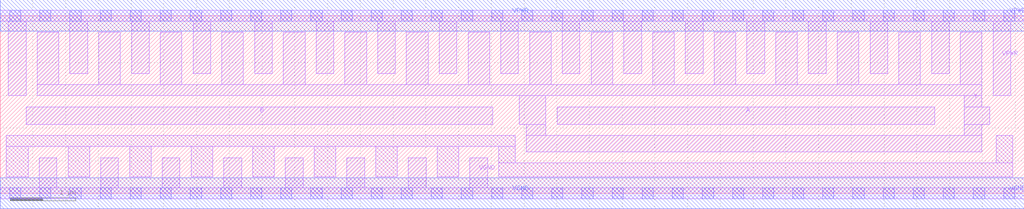
<source format=lef>
# Copyright 2020 The SkyWater PDK Authors
#
# Licensed under the Apache License, Version 2.0 (the "License");
# you may not use this file except in compliance with the License.
# You may obtain a copy of the License at
#
#     https://www.apache.org/licenses/LICENSE-2.0
#
# Unless required by applicable law or agreed to in writing, software
# distributed under the License is distributed on an "AS IS" BASIS,
# WITHOUT WARRANTIES OR CONDITIONS OF ANY KIND, either express or implied.
# See the License for the specific language governing permissions and
# limitations under the License.
#
# SPDX-License-Identifier: Apache-2.0

VERSION 5.7 ;
  NAMESCASESENSITIVE ON ;
  NOWIREEXTENSIONATPIN ON ;
  DIVIDERCHAR "/" ;
  BUSBITCHARS "[]" ;
UNITS
  DATABASE MICRONS 200 ;
END UNITS
PROPERTYDEFINITIONS
  MACRO maskLayoutSubType STRING ;
  MACRO prCellType STRING ;
  MACRO originalViewName STRING ;
END PROPERTYDEFINITIONS
MACRO sky130_fd_sc_hdll__nand2_16
  CLASS CORE ;
  FOREIGN sky130_fd_sc_hdll__nand2_16 ;
  ORIGIN  0.000000  0.000000 ;
  SIZE  15.64000 BY  2.720000 ;
  SYMMETRY X Y R90 ;
  SITE unithd ;
  PIN A
    ANTENNAGATEAREA  4.440000 ;
    DIRECTION INPUT ;
    USE SIGNAL ;
    PORT
      LAYER li1 ;
        RECT 8.505000 1.055000 14.275000 1.325000 ;
    END
  END A
  PIN B
    ANTENNAGATEAREA  4.440000 ;
    DIRECTION INPUT ;
    USE SIGNAL ;
    PORT
      LAYER li1 ;
        RECT 0.395000 1.055000 7.525000 1.325000 ;
    END
  END B
  PIN Y
    ANTENNADIFFAREA  6.499000 ;
    DIRECTION OUTPUT ;
    USE SIGNAL ;
    PORT
      LAYER li1 ;
        RECT  0.565000 1.495000 14.995000 1.665000 ;
        RECT  0.565000 1.665000  0.895000 2.465000 ;
        RECT  1.505000 1.665000  1.835000 2.465000 ;
        RECT  2.445000 1.665000  2.775000 2.465000 ;
        RECT  3.385000 1.665000  3.715000 2.465000 ;
        RECT  4.325000 1.665000  4.655000 2.465000 ;
        RECT  5.265000 1.665000  5.595000 2.465000 ;
        RECT  6.205000 1.665000  6.535000 2.465000 ;
        RECT  7.145000 1.665000  7.475000 2.465000 ;
        RECT  7.925000 1.055000  8.335000 1.495000 ;
        RECT  8.035000 0.635000 14.995000 0.885000 ;
        RECT  8.035000 0.885000  8.335000 1.055000 ;
        RECT  8.085000 1.665000  8.415000 2.465000 ;
        RECT  9.025000 1.665000  9.355000 2.465000 ;
        RECT  9.965000 1.665000 10.295000 2.465000 ;
        RECT 10.905000 1.665000 11.235000 2.465000 ;
        RECT 11.845000 1.665000 12.175000 2.465000 ;
        RECT 12.785000 1.665000 13.115000 2.465000 ;
        RECT 13.725000 1.665000 14.055000 2.465000 ;
        RECT 14.665000 1.665000 14.995000 2.465000 ;
        RECT 14.725000 0.885000 14.995000 1.055000 ;
        RECT 14.725000 1.055000 15.115000 1.325000 ;
        RECT 14.725000 1.325000 14.995000 1.495000 ;
    END
  END Y
  PIN VGND
    DIRECTION INOUT ;
    USE GROUND ;
    PORT
      LAYER li1 ;
        RECT 0.000000 -0.085000 15.640000 0.085000 ;
        RECT 0.595000  0.085000  0.865000 0.545000 ;
        RECT 1.535000  0.085000  1.805000 0.545000 ;
        RECT 2.475000  0.085000  2.745000 0.545000 ;
        RECT 3.415000  0.085000  3.685000 0.545000 ;
        RECT 4.355000  0.085000  4.625000 0.545000 ;
        RECT 5.295000  0.085000  5.565000 0.545000 ;
        RECT 6.235000  0.085000  6.505000 0.545000 ;
        RECT 7.175000  0.085000  7.445000 0.545000 ;
      LAYER mcon ;
        RECT  0.145000 -0.085000  0.315000 0.085000 ;
        RECT  0.605000 -0.085000  0.775000 0.085000 ;
        RECT  1.065000 -0.085000  1.235000 0.085000 ;
        RECT  1.525000 -0.085000  1.695000 0.085000 ;
        RECT  1.985000 -0.085000  2.155000 0.085000 ;
        RECT  2.445000 -0.085000  2.615000 0.085000 ;
        RECT  2.905000 -0.085000  3.075000 0.085000 ;
        RECT  3.365000 -0.085000  3.535000 0.085000 ;
        RECT  3.825000 -0.085000  3.995000 0.085000 ;
        RECT  4.285000 -0.085000  4.455000 0.085000 ;
        RECT  4.745000 -0.085000  4.915000 0.085000 ;
        RECT  5.205000 -0.085000  5.375000 0.085000 ;
        RECT  5.665000 -0.085000  5.835000 0.085000 ;
        RECT  6.125000 -0.085000  6.295000 0.085000 ;
        RECT  6.585000 -0.085000  6.755000 0.085000 ;
        RECT  7.045000 -0.085000  7.215000 0.085000 ;
        RECT  7.505000 -0.085000  7.675000 0.085000 ;
        RECT  7.965000 -0.085000  8.135000 0.085000 ;
        RECT  8.425000 -0.085000  8.595000 0.085000 ;
        RECT  8.885000 -0.085000  9.055000 0.085000 ;
        RECT  9.345000 -0.085000  9.515000 0.085000 ;
        RECT  9.805000 -0.085000  9.975000 0.085000 ;
        RECT 10.265000 -0.085000 10.435000 0.085000 ;
        RECT 10.725000 -0.085000 10.895000 0.085000 ;
        RECT 11.185000 -0.085000 11.355000 0.085000 ;
        RECT 11.645000 -0.085000 11.815000 0.085000 ;
        RECT 12.105000 -0.085000 12.275000 0.085000 ;
        RECT 12.565000 -0.085000 12.735000 0.085000 ;
        RECT 13.025000 -0.085000 13.195000 0.085000 ;
        RECT 13.485000 -0.085000 13.655000 0.085000 ;
        RECT 13.945000 -0.085000 14.115000 0.085000 ;
        RECT 14.405000 -0.085000 14.575000 0.085000 ;
        RECT 14.865000 -0.085000 15.035000 0.085000 ;
        RECT 15.325000 -0.085000 15.495000 0.085000 ;
      LAYER met1 ;
        RECT 0.000000 -0.240000 15.640000 0.240000 ;
    END
  END VGND
  PIN VPWR
    DIRECTION INOUT ;
    USE POWER ;
    PORT
      LAYER li1 ;
        RECT  0.000000 2.635000 15.640000 2.805000 ;
        RECT  0.125000 1.495000  0.395000 2.635000 ;
        RECT  1.065000 1.835000  1.335000 2.635000 ;
        RECT  2.005000 1.835000  2.275000 2.635000 ;
        RECT  2.945000 1.835000  3.215000 2.635000 ;
        RECT  3.885000 1.835000  4.155000 2.635000 ;
        RECT  4.825000 1.835000  5.095000 2.635000 ;
        RECT  5.765000 1.835000  6.035000 2.635000 ;
        RECT  6.705000 1.835000  6.975000 2.635000 ;
        RECT  7.645000 1.835000  7.915000 2.635000 ;
        RECT  8.585000 1.835000  8.855000 2.635000 ;
        RECT  9.525000 1.835000  9.795000 2.635000 ;
        RECT 10.465000 1.835000 10.735000 2.635000 ;
        RECT 11.405000 1.835000 11.675000 2.635000 ;
        RECT 12.345000 1.835000 12.615000 2.635000 ;
        RECT 13.285000 1.835000 13.555000 2.635000 ;
        RECT 14.225000 1.835000 14.495000 2.635000 ;
        RECT 15.165000 1.495000 15.435000 2.635000 ;
      LAYER mcon ;
        RECT  0.145000 2.635000  0.315000 2.805000 ;
        RECT  0.605000 2.635000  0.775000 2.805000 ;
        RECT  1.065000 2.635000  1.235000 2.805000 ;
        RECT  1.525000 2.635000  1.695000 2.805000 ;
        RECT  1.985000 2.635000  2.155000 2.805000 ;
        RECT  2.445000 2.635000  2.615000 2.805000 ;
        RECT  2.905000 2.635000  3.075000 2.805000 ;
        RECT  3.365000 2.635000  3.535000 2.805000 ;
        RECT  3.825000 2.635000  3.995000 2.805000 ;
        RECT  4.285000 2.635000  4.455000 2.805000 ;
        RECT  4.745000 2.635000  4.915000 2.805000 ;
        RECT  5.205000 2.635000  5.375000 2.805000 ;
        RECT  5.665000 2.635000  5.835000 2.805000 ;
        RECT  6.125000 2.635000  6.295000 2.805000 ;
        RECT  6.585000 2.635000  6.755000 2.805000 ;
        RECT  7.045000 2.635000  7.215000 2.805000 ;
        RECT  7.505000 2.635000  7.675000 2.805000 ;
        RECT  7.965000 2.635000  8.135000 2.805000 ;
        RECT  8.425000 2.635000  8.595000 2.805000 ;
        RECT  8.885000 2.635000  9.055000 2.805000 ;
        RECT  9.345000 2.635000  9.515000 2.805000 ;
        RECT  9.805000 2.635000  9.975000 2.805000 ;
        RECT 10.265000 2.635000 10.435000 2.805000 ;
        RECT 10.725000 2.635000 10.895000 2.805000 ;
        RECT 11.185000 2.635000 11.355000 2.805000 ;
        RECT 11.645000 2.635000 11.815000 2.805000 ;
        RECT 12.105000 2.635000 12.275000 2.805000 ;
        RECT 12.565000 2.635000 12.735000 2.805000 ;
        RECT 13.025000 2.635000 13.195000 2.805000 ;
        RECT 13.485000 2.635000 13.655000 2.805000 ;
        RECT 13.945000 2.635000 14.115000 2.805000 ;
        RECT 14.405000 2.635000 14.575000 2.805000 ;
        RECT 14.865000 2.635000 15.035000 2.805000 ;
        RECT 15.325000 2.635000 15.495000 2.805000 ;
      LAYER met1 ;
        RECT 0.000000 2.480000 15.640000 2.960000 ;
    END
  END VPWR
  OBS
    LAYER li1 ;
      RECT  0.095000 0.255000  0.425000 0.715000 ;
      RECT  0.095000 0.715000  7.865000 0.885000 ;
      RECT  1.035000 0.255000  1.365000 0.715000 ;
      RECT  1.975000 0.255000  2.305000 0.715000 ;
      RECT  2.915000 0.255000  3.245000 0.715000 ;
      RECT  3.855000 0.255000  4.185000 0.715000 ;
      RECT  4.795000 0.255000  5.125000 0.715000 ;
      RECT  5.735000 0.255000  6.065000 0.715000 ;
      RECT  6.675000 0.255000  7.005000 0.715000 ;
      RECT  7.615000 0.255000 15.465000 0.465000 ;
      RECT  7.615000 0.465000  7.865000 0.715000 ;
      RECT 15.215000 0.465000 15.465000 0.885000 ;
  END
  PROPERTY maskLayoutSubType "abstract" ;
  PROPERTY prCellType "standard" ;
  PROPERTY originalViewName "layout" ;
END sky130_fd_sc_hdll__nand2_16

</source>
